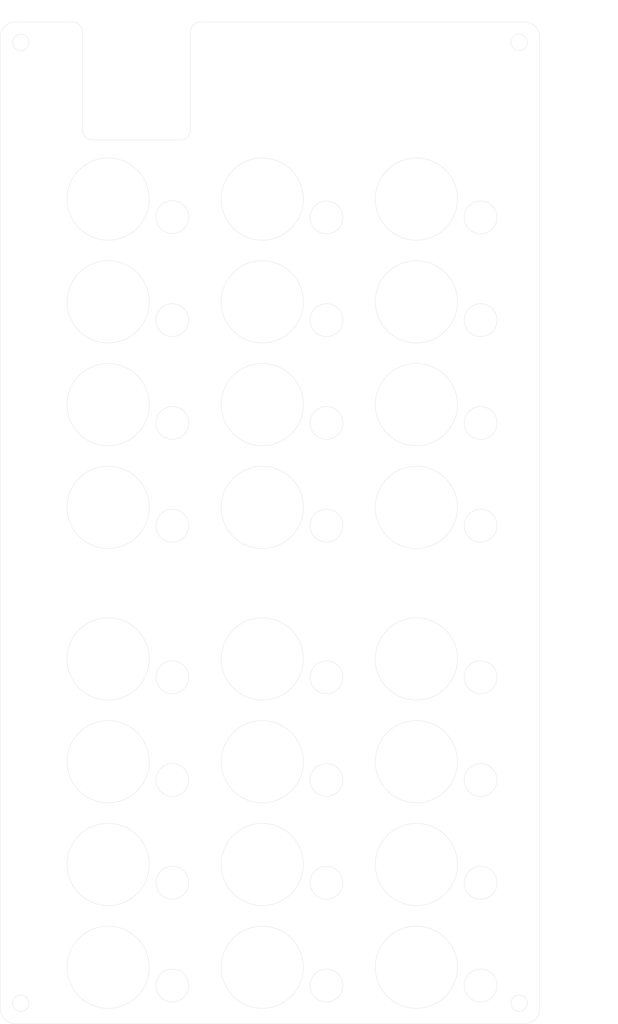
<source format=kicad_pcb>
(kicad_pcb
	(version 20240108)
	(generator "pcbnew")
	(generator_version "8.0")
	(general
		(thickness 1.6)
		(legacy_teardrops no)
	)
	(paper "A4" portrait)
	(layers
		(0 "F.Cu" signal)
		(31 "B.Cu" signal)
		(32 "B.Adhes" user "B.Adhesive")
		(33 "F.Adhes" user "F.Adhesive")
		(34 "B.Paste" user)
		(35 "F.Paste" user)
		(36 "B.SilkS" user "B.Silkscreen")
		(37 "F.SilkS" user "F.Silkscreen")
		(38 "B.Mask" user)
		(39 "F.Mask" user)
		(40 "Dwgs.User" user "User.Drawings")
		(41 "Cmts.User" user "User.Comments")
		(42 "Eco1.User" user "User.Eco1")
		(43 "Eco2.User" user "User.Eco2")
		(44 "Edge.Cuts" user)
		(45 "Margin" user)
		(46 "B.CrtYd" user "B.Courtyard")
		(47 "F.CrtYd" user "F.Courtyard")
		(48 "B.Fab" user)
		(49 "F.Fab" user)
		(50 "User.1" user)
		(51 "User.2" user)
		(52 "User.3" user)
		(53 "User.4" user)
		(54 "User.5" user)
		(55 "User.6" user)
		(56 "User.7" user)
		(57 "User.8" user)
		(58 "User.9" user)
	)
	(setup
		(stackup
			(layer "F.SilkS"
				(type "Top Silk Screen")
			)
			(layer "F.Paste"
				(type "Top Solder Paste")
			)
			(layer "F.Mask"
				(type "Top Solder Mask")
				(thickness 0.01)
			)
			(layer "F.Cu"
				(type "copper")
				(thickness 0.035)
			)
			(layer "dielectric 1"
				(type "core")
				(thickness 1.51)
				(material "FR4")
				(epsilon_r 4.5)
				(loss_tangent 0.02)
			)
			(layer "B.Cu"
				(type "copper")
				(thickness 0.035)
			)
			(layer "B.Mask"
				(type "Bottom Solder Mask")
				(thickness 0.01)
			)
			(layer "B.Paste"
				(type "Bottom Solder Paste")
			)
			(layer "B.SilkS"
				(type "Bottom Silk Screen")
			)
			(layer "F.SilkS"
				(type "Top Silk Screen")
			)
			(layer "F.Paste"
				(type "Top Solder Paste")
			)
			(layer "F.Mask"
				(type "Top Solder Mask")
				(thickness 0.01)
			)
			(layer "F.Cu"
				(type "copper")
				(thickness 0.035)
			)
			(layer "dielectric 1"
				(type "core")
				(thickness 1.51)
				(material "FR4")
				(epsilon_r 4.5)
				(loss_tangent 0.02)
			)
			(layer "B.Cu"
				(type "copper")
				(thickness 0.035)
			)
			(layer "B.Mask"
				(type "Bottom Solder Mask")
				(thickness 0.01)
			)
			(layer "B.Paste"
				(type "Bottom Solder Paste")
			)
			(layer "B.SilkS"
				(type "Bottom Silk Screen")
			)
			(copper_finish "None")
			(dielectric_constraints no)
		)
		(pad_to_mask_clearance 0)
		(allow_soldermask_bridges_in_footprints no)
		(grid_origin 21.5 70.5)
		(pcbplotparams
			(layerselection 0x0001000_7ffffffe)
			(plot_on_all_layers_selection 0x0000000_00000000)
			(disableapertmacros no)
			(usegerberextensions no)
			(usegerberattributes yes)
			(usegerberadvancedattributes yes)
			(creategerberjobfile yes)
			(dashed_line_dash_ratio 12.000000)
			(dashed_line_gap_ratio 3.000000)
			(svgprecision 4)
			(plotframeref no)
			(viasonmask no)
			(mode 1)
			(useauxorigin no)
			(hpglpennumber 1)
			(hpglpenspeed 20)
			(hpglpendiameter 15.000000)
			(pdf_front_fp_property_popups yes)
			(pdf_back_fp_property_popups yes)
			(dxfpolygonmode yes)
			(dxfimperialunits yes)
			(dxfusepcbnewfont yes)
			(psnegative no)
			(psa4output no)
			(plotreference yes)
			(plotvalue yes)
			(plotfptext yes)
			(plotinvisibletext no)
			(sketchpadsonfab no)
			(subtractmaskfromsilk no)
			(outputformat 3)
			(mirror no)
			(drillshape 0)
			(scaleselection 1)
			(outputdirectory "./")
		)
	)
	(net 0 "")
	(gr_circle
		(center 105 186)
		(end 113 186)
		(stroke
			(width 0.05)
			(type default)
		)
		(fill none)
		(layer "Edge.Cuts")
		(uuid "0092dc35-9e31-4b18-9836-01e5aca6c32a")
	)
	(gr_circle
		(center 117.5 120.06336)
		(end 120.7 120.06336)
		(stroke
			(width 0.05)
			(type default)
		)
		(fill none)
		(layer "Edge.Cuts")
		(uuid "027ed834-c962-4d97-a574-dc1e0efe20ed")
	)
	(gr_circle
		(center 87.5 120.06336)
		(end 90.7 120.06336)
		(stroke
			(width 0.05)
			(type default)
		)
		(fill none)
		(layer "Edge.Cuts")
		(uuid "037d5cae-1f03-4cbe-b5fd-4801e0977e85")
	)
	(gr_circle
		(center 58 46)
		(end 59.6 46)
		(stroke
			(width 0.05)
			(type default)
		)
		(fill none)
		(layer "Edge.Cuts")
		(uuid "0fbcfb10-64cd-4a66-9850-f9035edef635")
	)
	(gr_line
		(start 72 65)
		(end 89 65)
		(stroke
			(width 0.05)
			(type default)
		)
		(layer "Edge.Cuts")
		(uuid "1031f1ad-b2bf-4d0f-8dd9-e299e107b832")
	)
	(gr_circle
		(center 75 186)
		(end 83 186)
		(stroke
			(width 0.05)
			(type default)
		)
		(fill none)
		(layer "Edge.Cuts")
		(uuid "113be06f-c339-4472-8007-9c7361dc0888")
	)
	(gr_circle
		(center 75 226)
		(end 83 226)
		(stroke
			(width 0.05)
			(type default)
		)
		(fill none)
		(layer "Edge.Cuts")
		(uuid "16d5ca87-400b-48dc-a232-9d223fb4f2d9")
	)
	(gr_line
		(start 54 234)
		(end 54 45)
		(stroke
			(width 0.05)
			(type default)
		)
		(layer "Edge.Cuts")
		(uuid "1bfde39a-b224-4550-a7f7-cd3589f9edcd")
	)
	(gr_circle
		(center 135 76.5)
		(end 143 76.5)
		(stroke
			(width 0.05)
			(type default)
		)
		(fill none)
		(layer "Edge.Cuts")
		(uuid "1d9e2dcd-5365-49ba-b124-099acc291f48")
	)
	(gr_circle
		(center 105 76.5)
		(end 113 76.5)
		(stroke
			(width 0.05)
			(type default)
		)
		(fill none)
		(layer "Edge.Cuts")
		(uuid "1fd9a999-7d63-42fc-8e48-25a0e37a5385")
	)
	(gr_circle
		(center 147.5 229.56336)
		(end 150.7 229.56336)
		(stroke
			(width 0.05)
			(type default)
		)
		(fill none)
		(layer "Edge.Cuts")
		(uuid "20018df4-0d16-4a45-9e86-6ee4a17d8d55")
	)
	(gr_circle
		(center 135 136.5)
		(end 143 136.5)
		(stroke
			(width 0.05)
			(type default)
		)
		(fill none)
		(layer "Edge.Cuts")
		(uuid "21c82b9f-2f16-4d9c-b31d-1764e05b9c87")
	)
	(gr_circle
		(center 135 116.5)
		(end 143 116.5)
		(stroke
			(width 0.05)
			(type default)
		)
		(fill none)
		(layer "Edge.Cuts")
		(uuid "27c85295-0f08-4a77-b391-741ece571901")
	)
	(gr_arc
		(start 68 42)
		(mid 69.414214 42.585786)
		(end 70 44)
		(stroke
			(width 0.05)
			(type default)
		)
		(layer "Edge.Cuts")
		(uuid "2dd44ee3-16fd-4f4a-ae52-1dd34b55df53")
	)
	(gr_circle
		(center 87.5 100.06336)
		(end 90.7 100.06336)
		(stroke
			(width 0.05)
			(type default)
		)
		(fill none)
		(layer "Edge.Cuts")
		(uuid "2f482ce1-667a-427e-b03d-1768be6328ed")
	)
	(gr_circle
		(center 155 46)
		(end 156.6 46)
		(stroke
			(width 0.05)
			(type default)
		)
		(fill none)
		(layer "Edge.Cuts")
		(uuid "316b0e2a-5e98-4db8-bf4e-d9b13e9f422b")
	)
	(gr_circle
		(center 147.5 209.56336)
		(end 150.7 209.56336)
		(stroke
			(width 0.05)
			(type default)
		)
		(fill none)
		(layer "Edge.Cuts")
		(uuid "324df99a-38b1-491b-8f8a-e73585f2bcae")
	)
	(gr_circle
		(center 75 166)
		(end 83 166)
		(stroke
			(width 0.05)
			(type default)
		)
		(fill none)
		(layer "Edge.Cuts")
		(uuid "35a1da41-ee22-4aa9-804e-16b039102cff")
	)
	(gr_arc
		(start 91 44)
		(mid 91.585786 42.585786)
		(end 93 42)
		(stroke
			(width 0.05)
			(type default)
		)
		(layer "Edge.Cuts")
		(uuid "3804659f-117e-4f6a-acca-f6c5e631a5cb")
	)
	(gr_arc
		(start 91 63)
		(mid 90.414214 64.414214)
		(end 89 65)
		(stroke
			(width 0.05)
			(type default)
		)
		(layer "Edge.Cuts")
		(uuid "3d61f51b-4a2d-4d90-8c04-c612dbfba9d5")
	)
	(gr_arc
		(start 57 237)
		(mid 54.87868 236.12132)
		(end 54 234)
		(stroke
			(width 0.05)
			(type default)
		)
		(layer "Edge.Cuts")
		(uuid "3e1767cc-afb1-4e7d-8400-544645a6e91b")
	)
	(gr_circle
		(center 75 206)
		(end 83 206)
		(stroke
			(width 0.05)
			(type default)
		)
		(fill none)
		(layer "Edge.Cuts")
		(uuid "439df1de-8660-4216-a6ac-b56c949c853a")
	)
	(gr_circle
		(center 105 166)
		(end 113 166)
		(stroke
			(width 0.05)
			(type default)
		)
		(fill none)
		(layer "Edge.Cuts")
		(uuid "46149538-9b9f-4199-9323-847a74d97848")
	)
	(gr_circle
		(center 87.5 140.06336)
		(end 90.7 140.06336)
		(stroke
			(width 0.05)
			(type default)
		)
		(fill none)
		(layer "Edge.Cuts")
		(uuid "48cb9b8e-43ed-492c-8d58-7ceeee4982ea")
	)
	(gr_line
		(start 68 42)
		(end 57 42)
		(stroke
			(width 0.05)
			(type default)
		)
		(layer "Edge.Cuts")
		(uuid "4d0076c4-ffdc-42ed-9920-129cd5460f6c")
	)
	(gr_circle
		(center 87.5 229.56336)
		(end 90.7 229.56336)
		(stroke
			(width 0.05)
			(type default)
		)
		(fill none)
		(layer "Edge.Cuts")
		(uuid "5014991c-6da4-4d7e-99f7-dea51e682d6d")
	)
	(gr_circle
		(center 75 96.5)
		(end 83 96.5)
		(stroke
			(width 0.05)
			(type default)
		)
		(fill none)
		(layer "Edge.Cuts")
		(uuid "559c2bea-71d0-40fb-8acb-e519f285d13a")
	)
	(gr_circle
		(center 87.5 189.56336)
		(end 90.7 189.56336)
		(stroke
			(width 0.05)
			(type default)
		)
		(fill none)
		(layer "Edge.Cuts")
		(uuid "58d268d5-59f0-4a57-8f27-2c8c8320e3ae")
	)
	(gr_circle
		(center 117.5 140.06336)
		(end 120.7 140.06336)
		(stroke
			(width 0.05)
			(type default)
		)
		(fill none)
		(layer "Edge.Cuts")
		(uuid "639a4f8b-1f5f-4d94-872e-fca54e473944")
	)
	(gr_circle
		(center 135 96.5)
		(end 143 96.5)
		(stroke
			(width 0.05)
			(type default)
		)
		(fill none)
		(layer "Edge.Cuts")
		(uuid "651c42a2-5df2-4bea-897c-51a3579e2469")
	)
	(gr_circle
		(center 147.5 169.56336)
		(end 150.7 169.56336)
		(stroke
			(width 0.05)
			(type default)
		)
		(fill none)
		(layer "Edge.Cuts")
		(uuid "66bb5cbc-35de-41f2-8ab2-1841b428f7b5")
	)
	(gr_arc
		(start 159 234)
		(mid 158.12132 236.12132)
		(end 156 237)
		(stroke
			(width 0.05)
			(type default)
		)
		(layer "Edge.Cuts")
		(uuid "676ff497-3db5-4784-94ca-da647408fa17")
	)
	(gr_circle
		(center 147.5 100.06336)
		(end 150.7 100.06336)
		(stroke
			(width 0.05)
			(type default)
		)
		(fill none)
		(layer "Edge.Cuts")
		(uuid "682f5221-d58a-414a-819f-a535751aa1a2")
	)
	(gr_circle
		(center 135 166)
		(end 143 166)
		(stroke
			(width 0.05)
			(type default)
		)
		(fill none)
		(layer "Edge.Cuts")
		(uuid "6bc4b5a7-8aba-40cc-b49f-41b02d27719e")
	)
	(gr_circle
		(center 87.5 209.56336)
		(end 90.7 209.56336)
		(stroke
			(width 0.05)
			(type default)
		)
		(fill none)
		(layer "Edge.Cuts")
		(uuid "6ebf5134-e81f-4648-88cf-676399a6ef65")
	)
	(gr_line
		(start 91 63)
		(end 91 44)
		(stroke
			(width 0.05)
			(type default)
		)
		(layer "Edge.Cuts")
		(uuid "73c75ced-625b-4ee9-8858-240540cf8cd9")
	)
	(gr_line
		(start 156 237)
		(end 57 237)
		(stroke
			(width 0.05)
			(type default)
		)
		(layer "Edge.Cuts")
		(uuid "7b867d69-0c3a-4b22-b511-463d444d57e7")
	)
	(gr_circle
		(center 105 136.5)
		(end 113 136.5)
		(stroke
			(width 0.05)
			(type default)
		)
		(fill none)
		(layer "Edge.Cuts")
		(uuid "7f692277-ad7a-4124-beca-858e7f2da6c9")
	)
	(gr_circle
		(center 147.5 189.56336)
		(end 150.7 189.56336)
		(stroke
			(width 0.05)
			(type default)
		)
		(fill none)
		(layer "Edge.Cuts")
		(uuid "831c4919-d8df-4efb-9a1d-4f7280f5b263")
	)
	(gr_circle
		(center 105 96.5)
		(end 113 96.5)
		(stroke
			(width 0.05)
			(type default)
		)
		(fill none)
		(layer "Edge.Cuts")
		(uuid "83b30369-29bf-49bb-a474-f1f5cc9e6c01")
	)
	(gr_line
		(start 70 44)
		(end 70 63)
		(stroke
			(width 0.05)
			(type default)
		)
		(layer "Edge.Cuts")
		(uuid "86d887b8-f057-4098-925a-9cb03828c7d2")
	)
	(gr_arc
		(start 72 65)
		(mid 70.585786 64.414214)
		(end 70 63)
		(stroke
			(width 0.05)
			(type default)
		)
		(layer "Edge.Cuts")
		(uuid "88b9b89f-afbe-4c86-a71d-69e3ef7076be")
	)
	(gr_circle
		(center 135 206)
		(end 143 206)
		(stroke
			(width 0.05)
			(type default)
		)
		(fill none)
		(layer "Edge.Cuts")
		(uuid "8a277310-e265-4e16-a8b2-acaa07308ae3")
	)
	(gr_circle
		(center 105 116.5)
		(end 113 116.5)
		(stroke
			(width 0.05)
			(type default)
		)
		(fill none)
		(layer "Edge.Cuts")
		(uuid "90165f1c-ce5c-47db-98bb-995d507c32ae")
	)
	(gr_circle
		(center 155 233)
		(end 156.6 233)
		(stroke
			(width 0.05)
			(type default)
		)
		(fill none)
		(layer "Edge.Cuts")
		(uuid "93bc7d23-3f56-4fb1-b02c-7520f8fe586a")
	)
	(gr_line
		(start 159 45)
		(end 159 234)
		(stroke
			(width 0.05)
			(type default)
		)
		(layer "Edge.Cuts")
		(uuid "9a8d8b1c-6049-41fe-8a48-3dd913096c44")
	)
	(gr_arc
		(start 156 42)
		(mid 158.12132 42.87868)
		(end 159 45)
		(stroke
			(width 0.05)
			(type default)
		)
		(layer "Edge.Cuts")
		(uuid "9bddb102-2373-4029-bcb2-4bc808d83da9")
	)
	(gr_circle
		(center 117.5 229.56336)
		(end 120.7 229.56336)
		(stroke
			(width 0.05)
			(type default)
		)
		(fill none)
		(layer "Edge.Cuts")
		(uuid "9e88209a-7168-4ca5-81fc-0ea49d392411")
	)
	(gr_circle
		(center 75 116.5)
		(end 83 116.5)
		(stroke
			(width 0.05)
			(type default)
		)
		(fill none)
		(layer "Edge.Cuts")
		(uuid "9f818b65-0942-4c01-9a40-46864d1124cd")
	)
	(gr_circle
		(center 87.5 169.56336)
		(end 90.7 169.56336)
		(stroke
			(width 0.05)
			(type default)
		)
		(fill none)
		(layer "Edge.Cuts")
		(uuid "a0156cd8-c598-43e1-a2b3-0d9ce276b257")
	)
	(gr_circle
		(center 117.5 169.56336)
		(end 120.7 169.56336)
		(stroke
			(width 0.05)
			(type default)
		)
		(fill none)
		(layer "Edge.Cuts")
		(uuid "a070b459-cbcd-4daf-8070-48b85a71cada")
	)
	(gr_circle
		(center 117.5 100.06336)
		(end 120.7 100.06336)
		(stroke
			(width 0.05)
			(type default)
		)
		(fill none)
		(layer "Edge.Cuts")
		(uuid "a097684b-ad0e-4b9a-9566-dcb611991d85")
	)
	(gr_circle
		(center 105 226)
		(end 113 226)
		(stroke
			(width 0.05)
			(type default)
		)
		(fill none)
		(layer "Edge.Cuts")
		(uuid "a621290b-a613-4828-b7e9-3022e16b3cf7")
	)
	(gr_circle
		(center 147.5 120.06336)
		(end 150.7 120.06336)
		(stroke
			(width 0.05)
			(type default)
		)
		(fill none)
		(layer "Edge.Cuts")
		(uuid "aaeb0b24-ebd3-4ff5-a593-71e36e22dd6f")
	)
	(gr_circle
		(center 117.5 189.56336)
		(end 120.7 189.56336)
		(stroke
			(width 0.05)
			(type default)
		)
		(fill none)
		(layer "Edge.Cuts")
		(uuid "ac470d2f-e72b-43e3-9e5a-e741156400ba")
	)
	(gr_circle
		(center 117.5 209.56336)
		(end 120.7 209.56336)
		(stroke
			(width 0.05)
			(type default)
		)
		(fill none)
		(layer "Edge.Cuts")
		(uuid "b7c4eb55-f47f-43e9-af58-abab27a90509")
	)
	(gr_circle
		(center 58 233)
		(end 59.6 233)
		(stroke
			(width 0.05)
			(type default)
		)
		(fill none)
		(layer "Edge.Cuts")
		(uuid "bc82e40f-5491-4af3-b48a-b075f1c8b94d")
	)
	(gr_circle
		(center 87.5 80)
		(end 90.7 80)
		(stroke
			(width 0.05)
			(type default)
		)
		(fill none)
		(layer "Edge.Cuts")
		(uuid "be8b4605-b1be-40d8-bc7e-c9a767ecc257")
	)
	(gr_circle
		(center 147.5 140.06336)
		(end 150.7 140.06336)
		(stroke
			(width 0.05)
			(type default)
		)
		(fill none)
		(layer "Edge.Cuts")
		(uuid "c411f806-e6c7-4b35-88f1-8cadbf4ecabc")
	)
	(gr_circle
		(center 105 206)
		(end 113 206)
		(stroke
			(width 0.05)
			(type default)
		)
		(fill none)
		(layer "Edge.Cuts")
		(uuid "cc2dd78a-2229-405d-be40-fd290a96ff3d")
	)
	(gr_circle
		(center 135 186)
		(end 143 186)
		(stroke
			(width 0.05)
			(type default)
		)
		(fill none)
		(layer "Edge.Cuts")
		(uuid "ce50a62c-bfb1-4bb7-b90c-77a753682b35")
	)
	(gr_circle
		(center 117.5 80.06336)
		(end 120.7 80.06336)
		(stroke
			(width 0.05)
			(type default)
		)
		(fill none)
		(layer "Edge.Cuts")
		(uuid "d1323015-fb95-41b2-a222-e0556c7c963f")
	)
	(gr_arc
		(start 54 45)
		(mid 54.87868 42.87868)
		(end 57 42)
		(stroke
			(width 0.05)
			(type default)
		)
		(layer "Edge.Cuts")
		(uuid "d8351c76-70fe-4d3e-bdba-30894d600c6d")
	)
	(gr_circle
		(center 135 226)
		(end 143 226)
		(stroke
			(width 0.05)
			(type default)
		)
		(fill none)
		(layer "Edge.Cuts")
		(uuid "ee56604e-66f7-4e82-a0ce-2c8294e90f62")
	)
	(gr_circle
		(center 147.5 80.06336)
		(end 150.7 80.06336)
		(stroke
			(width 0.05)
			(type default)
		)
		(fill none)
		(layer "Edge.Cuts")
		(uuid "f7dcb1e3-6016-4aea-8c94-cf464eca75be")
	)
	(gr_line
		(start 93 42)
		(end 156 42)
		(stroke
			(width 0.05)
			(type default)
		)
		(layer "Edge.Cuts")
		(uuid "fae4624e-6262-4ac2-8f7c-b2504a946f2a")
	)
	(gr_circle
		(center 75 76.5)
		(end 83 76.5)
		(stroke
			(width 0.05)
			(type default)
		)
		(fill none)
		(layer "Edge.Cuts")
		(uuid "fc399f4f-2e0e-47eb-a819-cbc81ec163d3")
	)
	(gr_circle
		(center 75 136.5)
		(end 83 136.5)
		(stroke
			(width 0.05)
			(type default)
		)
		(fill none)
		(layer "Edge.Cuts")
		(uuid "fd3696be-45e2-41d1-a8f0-9596da5646be")
	)
	(dimension
		(type aligned)
		(layer "User.1")
		(uuid "be3272ae-cc27-40b6-8890-61785cce1311")
		(pts
			(xy 159 42) (xy 159 237)
		)
		(height -11)
		(gr_text "195.0000 mm"
			(at 168.85 139.5 90)
			(layer "User.1")
			(uuid "be3272ae-cc27-40b6-8890-61785cce1311")
			(effects
				(font
					(size 1 1)
					(thickness 0.15)
				)
			)
		)
		(format
			(prefix "")
			(suffix "")
			(units 3)
			(units_format 1)
			(precision 4)
		)
		(style
			(thickness 0.1)
			(arrow_length 1.27)
			(text_position_mode 0)
			(extension_height 0.58642)
			(extension_offset 0.5) keep_text_aligned)
	)
	(dimension
		(type aligned)
		(layer "User.1")
		(uuid "c5b20134-093d-419c-b1fa-fae649ffc35f")
		(pts
			(xy 54 42) (xy 159 42)
		)
		(height -2.25)
		(gr_text "105.0000 mm"
			(at 106.5 38.6 0)
			(layer "User.1")
			(uuid "c5b20134-093d-419c-b1fa-fae649ffc35f")
			(effects
				(font
					(size 1 1)
					(thickness 0.15)
				)
			)
		)
		(format
			(prefix "")
			(suffix "")
			(units 3)
			(units_format 1)
			(precision 4)
		)
		(style
			(thickness 0.1)
			(arrow_length 1.27)
			(text_position_mode 0)
			(extension_height 0.58642)
			(extension_offset 0.5) keep_text_aligned)
	)
)

</source>
